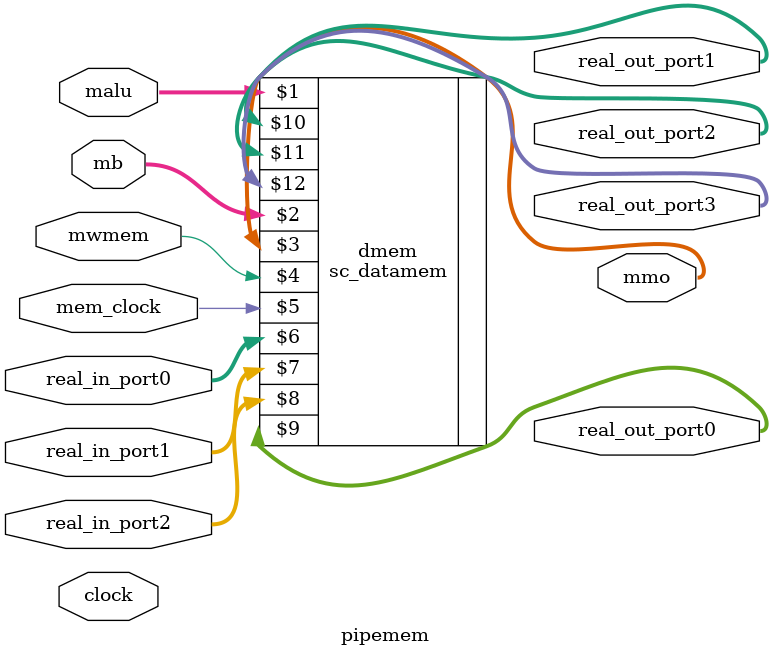
<source format=v>
module pipemem(mwmem, malu, mb, clock, mem_clock, mmo,
	real_in_port0, real_in_port1, real_in_port2, real_out_port0, real_out_port1,
	real_out_port2, real_out_port3);
	input wire mwmem, clock,mem_clock;
	input wire [31:0] malu, mb, real_in_port0, real_in_port1, real_in_port2;

	output wire [31:0] mmo, real_out_port0, real_out_port1, real_out_port2, real_out_port3;
	
	sc_datamem dmem(malu, mb, mmo, mwmem, mem_clock, real_in_port0, real_in_port1, real_in_port2, real_out_port0, real_out_port1, real_out_port2, real_out_port3);
endmodule
</source>
